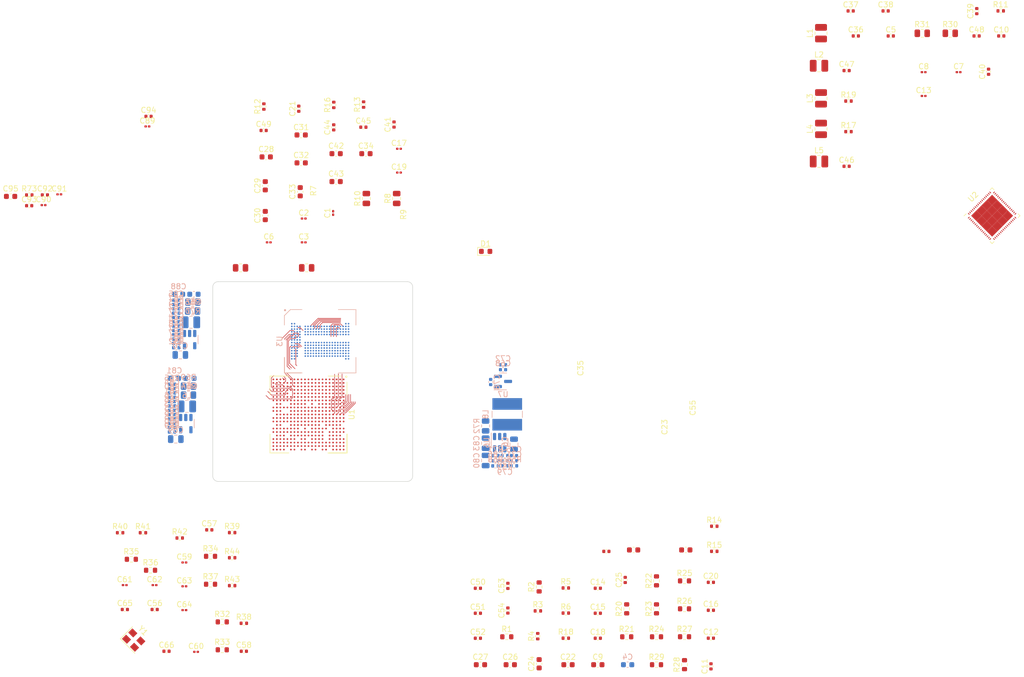
<source format=kicad_pcb>
(kicad_pcb (version 20210228) (generator pcbnew)
  (layers (0 "F.Cu" signal) (1 "In1.Cu" signal) (2 "In2.Cu" signal) (3 "In3.Cu" signal) (4 "In4.Cu" signal) (31 "B.Cu" signal) (34 "B.Paste" user) (35 "F.Paste" user) (36 "B.SilkS" user "B.Silkscreen") (37 "F.SilkS" user "F.Silkscreen") (38 "B.Mask" user) (39 "F.Mask" user) (44 "Edge.Cuts" user))
  (net 0 "")
  (net 1 "GND")
  (net 2 "BC_VDD_VEPU")
  (net 3 "BC_VDD_ARM")
  (net 4 "BC_VDD_LOGIC")
  (net 5 "BC_VDD_NPU")
  (net 6 "Net-(C5-Pad1)")
  (net 7 "BC_VCC5V0_SYS")
  (net 8 "BC_VDD_LOGIC_P")
  (net 9 "BC_VDD_ARM_P")
  (net 10 "BC_VCC_DDR_P")
  (net 11 "BC_VCC3V3_SYS_P")
  (net 12 "Net-(C35-Pad2)")
  (net 13 "Net-(C36-Pad1)")
  (net 14 "BC_VCC_RTC")
  (net 15 "BC_VCC_BUCK5")
  (net 16 "BC_VCC_3V3_SYS")
  (net 17 "BC_VCC_BUCK5_P")
  (net 18 "BC_VCC_0V8_P")
  (net 19 "BC_VCC1V8_PMU_P")
  (net 20 "BC_VCC0V8_PMU_P")
  (net 21 "BC_VCC_1V8_P")
  (net 22 "BC_VCC_DOVDD_P")
  (net 23 "BCVCC_DVDD_P")
  (net 24 "BC_VCC_AVDD_P")
  (net 25 "BC_VCCIO_SD_P")
  (net 26 "BC_VCC3V3_SD_P")
  (net 27 "Net-(C53-Pad1)")
  (net 28 "BC_VCC5V0_HOST_P")
  (net 29 "Net-(C56-Pad2)")
  (net 30 "Net-(C57-Pad1)")
  (net 31 "Net-(C58-Pad1)")
  (net 32 "Net-(C61-Pad1)")
  (net 33 "Net-(C62-Pad1)")
  (net 34 "Net-(C63-Pad1)")
  (net 35 "Net-(C64-Pad1)")
  (net 36 "Net-(C65-Pad1)")
  (net 37 "Net-(C66-Pad2)")
  (net 38 "BC_VCC_SYSIN")
  (net 39 "Net-(C73-Pad1)")
  (net 40 "Net-(C74-Pad1)")
  (net 41 "Net-(C75-Pad2)")
  (net 42 "Net-(C75-Pad1)")
  (net 43 "Net-(C76-Pad2)")
  (net 44 "Net-(C77-Pad2)")
  (net 45 "Net-(C79-Pad2)")
  (net 46 "BC_VCC5V0_SYS_P")
  (net 47 "Net-(D1-Pad2)")
  (net 48 "Net-(L1-Pad1)")
  (net 49 "Net-(L2-Pad1)")
  (net 50 "Net-(L3-Pad1)")
  (net 51 "Net-(L4-Pad1)")
  (net 52 "Net-(L5-Pad1)")
  (net 53 "BC_VDD_NPU_P")
  (net 54 "Net-(L6-Pad1)")
  (net 55 "BC_VDD_VEPU_P")
  (net 56 "Net-(L7-Pad1)")
  (net 57 "BC_VCC_1V8")
  (net 58 "BC_VCC1V8_PMU")
  (net 59 "Net-(R5-Pad2)")
  (net 60 "BC_VCC3V3_SYS")
  (net 61 "BC_VDD_DDR")
  (net 62 "BC_I2C0_SDA_PMIC")
  (net 63 "BC_I2C0_SCL_PMIC")
  (net 64 "Net-(R13-Pad2)")
  (net 65 "BC_CLK_32K_OUT")
  (net 66 "BC_RESET")
  (net 67 "Net-(R16-Pad2)")
  (net 68 "BC_PMIC_INT")
  (net 69 "Net-(R17-Pad2)")
  (net 70 "BC_PMIC_SLEEP")
  (net 71 "BC_VCC12V_DCIN")
  (net 72 "BC_VCC_0V8")
  (net 73 "BC_VCC0V8_PMU")
  (net 74 "BC_VCC_DOVDD")
  (net 75 "BC_VCC_DVDD")
  (net 76 "BC_VCC_AVDD")
  (net 77 "BC_VCCIO_SD")
  (net 78 "BC_VCC3V3_SD")
  (net 79 "BC_VCC_3V3")
  (net 80 "BC_VCC5V0_HOST")
  (net 81 "Net-(R38-Pad1)")
  (net 82 "Net-(R40-Pad1)")
  (net 83 "Net-(R41-Pad1)")
  (net 84 "Net-(R42-Pad1)")
  (net 85 "BC_PMUIO1_VDD")
  (net 86 "Net-(R43-Pad1)")
  (net 87 "BC_NPU_PWM0_M0")
  (net 88 "Net-(R49-Pad2)")
  (net 89 "Net-(R51-Pad2)")
  (net 90 "BC_EXT_EN_H")
  (net 93 "BC_FOCUS_EN")
  (net 94 "BC_WIFI_WAKE_HOST")
  (net 96 "BC_CLK_REF")
  (net 97 "BC_BT_RST")
  (net 98 "Net-(C89-Pad1)")
  (net 99 "Net-(R73-Pad1)")
  (net 101 "BC_VEPU_PWM1_M0")
  (net 102 "BC_MIC_LED_EN")
  (net 103 "BC_HOST_WAKE_WIFI")
  (net 109 "BC_ZOOM_EN")
  (net 110 "BC_SDMMC0_DET")
  (net 112 "/Storage and RAM/VREF")
  (net 115 "/Storage and RAM/MMC_RST")
  (net 119 "/Storage and RAM/MMC_CMD")
  (net 122 "/Storage and RAM/DQ2")
  (net 123 "/Storage and RAM/DQ7")
  (net 124 "/Storage and RAM/DQ20")
  (net 125 "/Storage and RAM/DQ23")
  (net 126 "/Storage and RAM/DQ3")
  (net 127 "/Storage and RAM/DM0")
  (net 128 "/Storage and RAM/DQS2P")
  (net 129 "/Storage and RAM/DQS2N")
  (net 130 "/Storage and RAM/MMC_D7")
  (net 131 "/Storage and RAM/DQ6")
  (net 132 "/Storage and RAM/DM2")
  (net 133 "/Storage and RAM/DQ22")
  (net 134 "/Storage and RAM/MMC_D6")
  (net 135 "/Storage and RAM/DQS0P")
  (net 136 "/Storage and RAM/DQS0N")
  (net 137 "/Storage and RAM/DQ21")
  (net 138 "/Storage and RAM/MMC_D5")
  (net 139 "/Storage and RAM/DQ0")
  (net 140 "/Storage and RAM/DQ5")
  (net 141 "/Storage and RAM/DQ17")
  (net 142 "/Storage and RAM/DQ16")
  (net 143 "/Storage and RAM/MMC_D4")
  (net 144 "/Storage and RAM/DQ1")
  (net 145 "/Storage and RAM/DQ4")
  (net 146 "/Storage and RAM/DQ19")
  (net 147 "/Storage and RAM/DQ18")
  (net 148 "/Storage and RAM/MMC_D3")
  (net 149 "/Storage and RAM/DQ28")
  (net 150 "/Storage and RAM/DQ10")
  (net 151 "/Storage and RAM/DQ11")
  (net 152 "/Storage and RAM/MMC_D2")
  (net 153 "/Storage and RAM/MMC_D1")
  (net 154 "/Storage and RAM/MMC_D0")
  (net 155 "/Storage and RAM/DQ26")
  (net 156 "/Storage and RAM/DQ29")
  (net 157 "/Storage and RAM/DQ12")
  (net 158 "Net-(U3-PadB12)")
  (net 159 "/Storage and RAM/DQ27")
  (net 160 "/Storage and RAM/DQS1P")
  (net 161 "/Storage and RAM/DQS1N")
  (net 164 "Net-(U3-PadA4)")
  (net 165 "/Storage and RAM/ZQ")
  (net 166 "/Storage and RAM/DQS3N")
  (net 167 "/Storage and RAM/DM1")
  (net 168 "/Storage and RAM/DQ13")
  (net 173 "Net-(U3-PadAA9)")
  (net 174 "Net-(U3-PadR5)")
  (net 178 "/Storage and RAM/CLKN")
  (net 179 "/Storage and RAM/CLKP")
  (net 180 "/Storage and RAM/DQS3P")
  (net 181 "/Storage and RAM/DQ8")
  (net 182 "/Storage and RAM/DQ9")
  (net 187 "Net-(U3-PadAA3)")
  (net 188 "/Storage and RAM/A0")
  (net 189 "/Storage and RAM/A6")
  (net 190 "/Storage and RAM/CKE")
  (net 192 "/Storage and RAM/DQ15")
  (net 193 "/Storage and RAM/DQ14")
  (net 198 "/Storage and RAM/A2")
  (net 200 "/Storage and RAM/A9")
  (net 201 "/Storage and RAM/A7")
  (net 202 "/Storage and RAM/A1")
  (net 203 "/Storage and RAM/A3")
  (net 205 "/Storage and RAM/CS0")
  (net 206 "/Storage and RAM/DM3")
  (net 207 "/Storage and RAM/DQ31")
  (net 208 "/Storage and RAM/DQ30")
  (net 210 "BC_P_IRIS_EN")
  (net 211 "BC_LCD_BL_PWM3_M0")
  (net 212 "BC_BT_WAKE_HOST")
  (net 218 "/Storage and RAM/A4")
  (net 219 "/Storage and RAM/A8")
  (net 220 "/Storage and RAM/A5")
  (net 222 "/Storage and RAM/ODT")
  (net 223 "/Storage and RAM/DQ25")
  (net 224 "/Storage and RAM/DQ24")
  (net 230 "/Storage and RAM/CS1")
  (net 238 "/Storage and RAM/MMC_CLK")
  (footprint "Capacitor_SMD:C_0603_1608Metric" (layer "F.Cu") (at 103.913237 64.29219)
    (fp_text reference "C28")
    (fp_text value "C22uF")
  )
  (footprint "Capacitor_SMD:C_0201_0603Metric" (layer "F.Cu") (at 88.763603 148.223318)
    (fp_text reference "C64")
    (fp_text value "100nF")
  )
  (footprint "Capacitor_SMD:C_0402_1005Metric" (layer "F.Cu") (at 213.030956 41.888285)
    (fp_text reference "C36")
    (fp_text value "C100nF")
  )
  (footprint "Capacitor_SMD:C_0201_0603Metric" (layer "F.Cu") (at 88.763603 143.813318)
    (fp_text reference "C63")
    (fp_text value "100nF")
  )
  (footprint "Capacitor_SMD:C_0603_1608Metric" (layer "F.Cu") (at 110.208952 70.742191 90)
    (fp_text reference "C33")
    (fp_text value "C22uF")
  )
  (footprint "Resistor_SMD:R_0402_1005Metric" (layer "F.Cu") (at 159.361238 153.426)
    (fp_text reference "R18")
    (fp_text value "100K")
  )
  (footprint "Resistor_SMD:R_0402_1005Metric" (layer "F.Cu") (at 159.361238 144.126)
    (fp_text reference "R5")
    (fp_text value "120K")
  )
  (footprint "Capacitor_SMD:C_0402_1005Metric" (layer "F.Cu") (at 99.774857 155.846)
    (fp_text reference "C58")
    (fp_text value "1uF")
  )
  (footprint "Capacitor_SMD:C_0402_1005Metric" (layer "F.Cu") (at 116.408 58.819333 90)
    (fp_text reference "C44")
    (fp_text value "C1uF")
  )
  (footprint "Resistor_SMD:R_0402_1005Metric" (layer "F.Cu") (at 239.84667 37.248285)
    (fp_text reference "R11")
    (fp_text value "2.2K")
  )
  (footprint "Capacitor_SMD:C_0201_0603Metric" (layer "F.Cu") (at 232.050476 48.591143)
    (fp_text reference "C7")
    (fp_text value "C100nF")
  )
  (footprint "Resistor_SMD:R_0402_1005Metric" (layer "F.Cu") (at 186.836759 132.689904)
    (fp_text reference "R14")
    (fp_text value "10K")
  )
  (footprint "Capacitor_SMD:C_0201_0603Metric" (layer "F.Cu") (at 110.858476 80.115524)
    (fp_text reference "C3")
    (fp_text value "C100nF")
  )
  (footprint "Resistor_SMD:R_0805_2012Metric" (layer "F.Cu") (at 128.05807 71.988022 90)
    (fp_text reference "R8")
    (fp_text value "0.02R")
  )
  (footprint "Resistor_SMD:R_0603_1608Metric" (layer "F.Cu") (at 176.149334 153.166)
    (fp_text reference "R24")
    (fp_text value "0.05R")
  )
  (footprint "Resistor_SMD:R_0603_1608Metric" (layer "F.Cu") (at 170.626001 147.989334 90)
    (fp_text reference "R20")
    (fp_text value "0.05R")
  )
  (footprint "Capacitor_SMD:C_0201_0603Metric" (layer "F.Cu") (at 104.389428 80.115524)
    (fp_text reference "C6")
    (fp_text value "C100nF")
  )
  (footprint "Resistor_SMD:R_0402_1005Metric" (layer "F.Cu") (at 121.934667 54.594095 90)
    (fp_text reference "R13")
    (fp_text value "0R")
  )
  (footprint "Resistor_SMD:R_0402_1005Metric" (layer "F.Cu") (at 60.065 71.345)
    (fp_text reference "R73")
    (fp_text value "240R")
  )
  (footprint "Resistor_SMD:R_0603_1608Metric" (layer "F.Cu") (at 95.782 155.576)
    (fp_text reference "R33")
    (fp_text value "0,1R")
  )
  (footprint "Capacitor_SMD:C_0402_1005Metric" (layer "F.Cu") (at 143.086476 144.176)
    (fp_text reference "C50")
    (fp_text value "C1uF")
  )
  (footprint "Capacitor_SMD:C_0402_1005Metric" (layer "F.Cu") (at 85.462952 155.846)
    (fp_text reference "C66")
    (fp_text value "100nF")
  )
  (footprint "Capacitor_SMD:C_0201_0603Metric" (layer "F.Cu") (at 81.925 58.645)
    (fp_text reference "C89")
    (fp_text value "100nF")
  )
  (footprint "Capacitor_SMD:C_0201_0603Metric" (layer "F.Cu") (at 116.298 74.676 90)
    (fp_text reference "C1")
    (fp_text value "C100nF")
  )
  (footprint "Resistor_SMD:R_0402_1005Metric" (layer "F.Cu") (at 154.191238 148.37219)
    (fp_text reference "R3")
    (fp_text value "100R")
  )
  (footprint "Inductor_SMD:L_1008_2520Metric" (layer "F.Cu") (at 206.591432 53.443047 90)
    (fp_text reference "L3")
    (fp_text value "470nH")
  )
  (footprint "Capacitor_SMD:C_0402_1005Metric" (layer "F.Cu") (at 170.356001 142.639334 90)
    (fp_text reference "C25")
    (fp_text value "C10uF")
  )
  (footprint "Capacitor_SMD:C_0402_1005Metric" (layer "F.Cu") (at 82.135 56.785)
    (fp_text reference "C94")
    (fp_text value "1uF")
  )
  (footprint "Capacitor_SMD:C_0603_1608Metric" (layer "F.Cu") (at 56.605 71.605)
    (fp_text reference "C95")
    (fp_text value "10uF")
  )
  (footprint "Capacitor_SMD:C_0402_1005Metric" (layer "F.Cu") (at 165.282667 144.176)
    (fp_text reference "C14")
    (fp_text value "C10uF")
  )
  (footprint "Resistor_SMD:R_0603_1608Metric" (layer "F.Cu") (at 181.332667 153.152667)
    (fp_text reference "R27")
    (fp_text value "0.05R")
  )
  (footprint "Capacitor_SMD:C_0201_0603Metric" (layer "F.Cu") (at 77.730269 143.593318)
    (fp_text reference "C61")
    (fp_text value "100nF")
  )
  (footprint "Resistor_SMD:R_0402_1005Metric" (layer "F.Cu") (at 211.673813 53.947809)
    (fp_text reference "R19")
    (fp_text value "27K")
  )
  (footprint "Capacitor_SMD:C_0402_1005Metric" (layer "F.Cu") (at 211.328099 48.298285)
    (fp_text reference "C47")
    (fp_text value "C1uF")
  )
  (footprint "Capacitor_SMD:C_0402_1005Metric" (layer "F.Cu") (at 165.282667 153.436)
    (fp_text reference "C18")
    (fp_text value "C10uF")
  )
  (footprint "Resistor_SMD:R_0603_1608Metric" (layer "F.Cu") (at 176.149334 158.336)
    (fp_text reference "R29")
    (fp_text value "0.05R")
  )
  (footprint "Capacitor_SMD:C_0402_1005Metric" (layer "F.Cu") (at 109.938952 55.361714 90)
    (fp_text reference "C21")
    (fp_text value "C1uF")
  )
  (footprint "Resistor_SMD:R_0402_1005Metric" (layer "F.Cu") (at 99.774857 150.666)
    (fp_text reference "R38")
    (fp_text value "22R")
  )
  (footprint "Capacitor_SMD:C_0201_0603Metric" (layer "F.Cu") (at 225.581428 48.591143)
    (fp_text reference "C8")
    (fp_text value "C100nF")
  )
  (footprint "Capacitor_SMD:C_0402_1005Metric" (layer "F.Cu") (at 143.086476 153.436)
    (fp_text reference "C52")
    (fp_text value "C1uF")
  )
  (footprint "Capacitor_SMD:C_0402_1005Metric" (layer "F.Cu") (at 148.636 143.734571 90)
    (fp_text reference "C53")
    (fp_text value "C1uF")
  )
  (footprint "Capacitor_SMD:C_0201_0603Metric" (layer "F.Cu") (at 65.615 71.225)
    (fp_text reference "C91")
    (fp_text value "100nF")
  )
  (footprint "Capacitor_SMD:C_0402_1005Metric" (layer "F.Cu") (at 186.206477 143.082667)
    (fp_text reference "C20")
    (fp_text value "C1uF")
  )
  (footprint "Capacitor_SMD:C_0201_0603Metric" (layer "F.Cu") (at 128.487594 67.191355)
    (fp_text reference "C19")
    (fp_text value "C100nF")
  )
  (footprint "Capacitor_SMD:C_0603_1608Metric" (layer "F.Cu") (at 159.766 158.336)
    (fp_text reference "C22")
    (fp_text value "C10uF")
  )
  (footprint "Capacitor_SMD:C_0402_1005Metric" (layer "F.Cu") (at 83.270745 148.113318)
    (fp_text reference "C56")
    (fp_text value "C15pF")
  )
  (footprint "Oscillator:Oscillator_SMD_Abracon_ASE-4Pin_3.2x2.5mm" (layer "F.Cu") (at 79.383999 153.772747 -45)
    (fp_text reference "Y1")
    (fp_text value "24Mhz")
  )
  (footprint "Resistor_SMD:R_0603_1608Metric" (layer "F.Cu") (at 93.613603 143.433318)
    (fp_text reference "R37")
    (fp_text value "0,1R")
  )
  (footprint "Inductor_SMD:L_1008_2520Metric" (layer "F.Cu") (at 206.591432 59.102571 90)
    (fp_text reference "L4")
    (fp_text value "470nH")
  )
  (footprint "Capacitor_SMD:C_0402_1005Metric" (layer "F.Cu") (at 235.383337 41.888285)
    (fp_text reference "C48")
    (fp_text value "C1uF")
  )
  (footprint "Capacitor_SMD:C_0402_1005Metric" (layer "F.Cu") (at 165.282667 148.806)
    (fp_text reference "C15")
    (fp_text value "C10uF")
  )
  (footprint "Resistor_SMD:R_0603_1608Metric" (layer "F.Cu") (at 181.326001 158.329334 90)
    (fp_text reference "R28")
    (fp_text value "0.05R")
  )
  (footprint "Resistor_SMD:R_0402_1005Metric" (layer "F.Cu") (at 116.418 54.659809 90)
    (fp_text reference "R16")
    (fp_text value "0R")
  )
  (footprint "Capacitor_SMD:C_0402_1005Metric" (layer "F.Cu") (at 127.56807 58.294212 90)
    (fp_text reference "C41")
    (fp_text value "C1uF")
  )
  (footprint "Inductor_SMD:L_1008_2520Metric" (layer "F.Cu") (at 206.216194 47.408285)
    (fp_text reference "L2")
    (fp_text value "470nH")
  )
  (footprint "Capacitor_SMD:C_0402_1005Metric" (layer "F.Cu") (at 93.375508 133.363318)
    (fp_text reference "C57")
    (fp_text value "1uF")
  )
  (footprint "Capacitor_SMD:C_0603_1608Metric" (layer "F.Cu") (at 116.851333 63.686476)
    (fp_text reference "C42")
    (fp_text value "C10uF")
  )
  (footprint "Capacitor_SMD:C_0603_1608Metric" (layer "F.Cu") (at 116.851333 68.856476)
    (fp_text reference "C43")
    (fp_text value "C22uF")
  )
  (footprint "Resistor_SMD:R_0603_1608Metric" (layer "F.Cu") (at 82.511 140.844)
    (fp_text reference "R36")
    (fp_text value "0,1R")
  )
  (footprint "Capacitor_SMD:C_0402_1005Metric" (layer "F.Cu") (at 186.226001 158.638857 90)
    (fp_text reference "C11")
    (fp_text value "C1uF")
  )
  (footprint "Inductor_SMD:L_1008_2520Metric" (layer "F.Cu") (at 206.591432 41.373523 90)
    (fp_text reference "L1")
    (fp_text value "470nH")
  )
  (footprint "Capacitor_SMD:C_0201_0603Metric" (layer "F.Cu") (at 88.763603 139.403318)
    (fp_text reference "C59")
    (fp_text value "100nF")
  )
  (footprint "Capacitor_SMD:C_0402_1005Metric" (layer "F.Cu") (at 103.437047 59.39219)
    (fp_text reference "C49")
    (fp_text value "C1uF")
  )
  (footprint "Capacitor_SMD:C_0603_1608Metric" (layer "F.Cu") (at 171.906045 137.079904)
    (fp_text reference "C23")
    (fp_text value "C10uF")
  )
  (footprint "Capacitor_SMD:C_0402_1005Metric" (layer "F.Cu") (at 77.754078 148.113318)
    (fp_text reference "C65")
    (fp_text value "C15pF")
  )
  (footprint "Capacitor_SMD:C_0603_1608Metric" (layer "F.Cu") (at 103.739904 69.635524 90)
    (fp_text reference "C29")
    (fp_text value "C22uF")
  )
  (footprint "Capacitor_SMD:C_0402_1005Metric" (layer "F.Cu") (at 239.947623 41.888285)
    (fp_text reference "C10")
    (fp_text value "C1uF")
  )
  (footprint "Capacitor_SMD:C_0402_1005Metric" (layer "F.Cu") (at 121.89181 58.786476)
    (fp_text reference "C45")
    (fp_text value "C1uF")
  )
  (footprint "Capacitor_SMD:C_0201_0603Metric" (layer "F.Cu") (at 90.932 155.956)
    (fp_text reference "C60")
    (fp_text value "100nF")
  )
  (footprint "Capacitor_SMD:C_0603_1608Metric" (layer "F.Cu") (at 122.368 63.686476)
    (fp_text reference "C34")
    (fp_text value "C22uF")
  )
  (footprint "Resistor_SMD:R_0805_2012Metric" (layer "F.Cu") (at 111.4025 84.836)
    (fp_text reference "R9")
    (fp_text value "0.02R")
  )
  (footprint "Resistor_SMD:R_0402_1005Metric" (layer "F.Cu") (at 103.479904 54.961714 90)
    (fp_text reference "R12")
    (fp_text value "2.2K")
  )
  (footprint "Capacitor_SMD:C_0603_1608Metric" (layer "F.Cu") (at 154.422667 158.162667 90)
    (fp_text reference "C24")
    (fp_text value "C10uF")
  )
  (footprint "Capacitor_SMD:C_0603_1608Metric" (layer "F.Cu") (at 110.382285 65.398857)
    (fp_text reference "C32")
    (fp_text value "C10uF")
  )
  (footprint "Capacitor_SMD:C_0402_1005Metric" (layer "F.Cu") (at 186.206477 148.252667)
    (fp_text reference "C16")
    (fp_text value "C1uF")
  )
  (footprint "Capacitor_SMD:C_0402_1005Metric" (layer "F.Cu") (at 211.328099 66.027333)
    (fp_text reference "C46")
    (fp_text value "C1uF")
  )
  (footprint "berryflight:QFN-68_EP_7x7_Pitch0.35mm" (layer "F.Cu") (at 238.252 75.184 45)
    (fp_text reference "U2")
    (fp_text value "RK809")
  )
  (footprint "Resistor_SMD:R_0805_2012Metric" (layer "F.Cu") (at 225.326194 41.398285)
    (fp_text reference "R31")
    (fp_text value "0.02R")
  )
  (footprint "Capacitor_SMD:C_0603_1608Metric" (layer "F.Cu") (at 165.282667 158.336)
    (fp_text reference "C9")
    (fp_text value "C10uF")
  )
  (footprint "Capacitor_SMD:C_0603_1608Metric" (layer "F.Cu") (at 181.563378 137.079904)
    (fp_text reference "C55")
    (fp_text value "C22uF")
  )
  (footprint "Capacitor_SMD:C_0402_1005Metric" (layer "F.Cu") (at 235.416194 37.291142 90)
    (fp_text reference "C39")
    (fp_text value "C1uF")
  )
  (footprint "Capacitor_SMD:C_0402_1005Metric" (layer "F.Cu") (at 143.086476 148.806)
    (fp_text reference "C51")
    (fp_text value "C1uF")
  )
  (footprint "Capacitor_SMD:C_0402_1005Metric" (layer "F.Cu") (at 219.500004 41.888285)
    (fp_text reference "C5")
    (fp_text value "C100nF")
  )
  (footprint "Capacitor_SMD:C_0402_1005Metric" (layer "F.Cu") (at 60.045 73.325)
    (fp_text reference "C93")
    (fp_text value "1uF")
  )
  (footprint "Capacitor_SMD:C_0402_1005Metric" (layer "F.Cu") (at 62.955 71.335)
    (fp_text reference "C92")
    (fp_text value "1uF")
  )
  (footprint "Capacitor_SMD:C_0201_0603Metric" (layer "F.Cu") (at 83.246936 143.593318)
    (fp_text reference "C62")
    (fp_text value "100nF")
  )
  (footprint "Resistor_SMD:R_0402_1005Metric" (layer "F.Cu") (at 159.361238 148.776)
    (fp_text reference "R6")
    (fp_text value "110K")
  )
  (footprint "Capacitor_SMD:C_0603_1608Metric" (layer "F.Cu") (at 103.739904 75.152191 90)
    (fp_text reference "C30")
    (fp_text value "C22uF")
  )
  (footprint "Resistor_SMD:R_0402_1005Metric" (layer "F.Cu") (at 76.873126 133.893318)
    (fp_text reference "R40")
    (fp_text value "0R")
  )
  (footprint "Resistor_SMD:R_0402_1005Metric" (layer "F.Cu") (at 211.673813 59.607333)
    (fp_text reference "R17")
    (fp_text value "0R")
  )
  (footprint "Capacitor_SMD:C_0201_0603Metric" (layer "F.Cu") (at 62.705 73.215)
    (fp_text reference "C90")
    (fp_text value "100nF")
  )
  (footprint "Resistor_SMD:R_0603_1608Metric" (layer "F.Cu") (at 78.955 138.812)
    (fp_text reference "R35")
    (fp_text value "0,1R")
  )
  (footprint "Resistor_SMD:R_0805_2012Metric" (layer "F.Cu") (at 230.509527 41.398285)
    (fp_text reference "R30")
    (fp_text value "0.02R")
  )
  (footprint "Resistor_SMD:R_0402_1005Metric" (layer "F.Cu") (at 97.60646 133.873318)
    (fp_text reference "R39")
    (fp_text value "1M")
  )
  (footprint "berryflight:RV1126" (layer "F.Cu") (at 111.738 111.996 -90)
    (fp_text reference "U1")
    (fp_text value "RV1126")
  )
  (footprint "Capacitor_SMD:C_0201_0603Metric" (layer "F.Cu") (at 110.858476 75.705524)
    (fp_text reference "C2")
    (fp_text value "C100nF")
  )
  (footprint "Resistor_SMD:R_0402_1005Metric" (layer "F.Cu") (at 154.162667 153.050762 90)
    (fp_text reference "R4")
    (fp_text value "100R")
  )
  (footprint "Capacitor_SMD:C_0402_1005Metric" (layer "F.Cu") (at 218.547623 37.258285)
    (fp_text reference "C38")
    (fp_text value "C1uF")
  )
  (footprint "Capacitor_SMD:C_0402_1005Metric" (layer "F.Cu") (at 166.865569 137.349904)
    (fp_text reference "C35")
    (fp_text value "C1uF")
  )
  (footprint "Capacitor_SMD:C_0402_1005Metric" (layer "F.Cu") (at 148.636 148.298857 90)
    (fp_text reference "C54")
    (fp_text value "C1uF")
  )
  (footprint "Capacitor_SMD:C_0402_1005Metric" (layer "F.Cu") (at 212.078575 37.258285)
    (fp_text reference "C37")
    (fp_text value "C1uF")
  )
  (footprint "Resistor_SMD:R_0603_1608Metric" (layer "F.Cu") (at 95.782 150.406)
    (fp_text reference "R32")
    (fp_text value "0,1R")
  )
  (footprint "Resistor_SMD:R_0603_1608Metric" (layer "F.Cu") (at 93.613603 138.263318)
    (fp_text reference "R34")
    (fp_text value "0,1R")
  )
  (footprint "Inductor_SMD:L_1008_2520Metric" (layer "F.Cu") (at 206.216194 65.137333)
    (fp_text reference "L5")
    (fp_text value "470nH")
  )
  (footprint "Resistor_SMD:R_0402_1005Metric" (layer "F.Cu") (at 81.104078 133.893318)
    (fp_text reference "R41")
    (fp_text value "0R")
  )
  (footprint "Resistor_SMD:R_0603_1608Metric" (layer "F.Cu") (at 176.142668 142.806001 90)
    (fp_text reference "R22")
    (fp_text value "0.05R")
  )
  (footprint "Resistor_SMD:R_0402_1005Metric" (layer "F.Cu") (at 186.836759 137.339904)
    (fp_text reference "R15")
    (fp_text value "10K")
  )
  (footprint "Capacitor_SMD:C_0603_1608Metric" (layer "F.Cu") (at 149.079333 158.336)
    (fp_text reference "C26")
    (fp_text value "C10uF")
  )
  (footprint "Capacitor_SMD:C_0201_0603Metric" (layer "F.Cu") (at 128.487594 62.781355)
    (fp_text reference "C17")
    (fp_text value "C100nF")
  )
  (footprint "Resistor_SMD:R_0805_2012Metric" (layer "F.Cu") (at 122.44807 71.988022 90)
    (fp_text reference "R10")
    (fp_text value "0.02R")
  )
  (footprint "Resistor_SMD:R_0402_1005Metric" (layer "F.Cu") (at 87.90646 134.873318)
    (fp_text reference "R42")
    (fp_text value "0R")
  )
  (footprint "Resistor_SMD:R_0603_1608Metric" (layer "F.Cu") (at 181.332667 142.812667)
    (fp_text reference "R25")
    (fp_text value "0.05R")
  )
  (footprint "Resistor_SMD:R_0603_1608Metric" (layer "F.Cu") (at 170.632667 153.166)
    (fp_text reference "R21")
    (fp_text value "0.05R")
  )
  (footprint "LED_SMD:LED_0603_1608Metric" (layer "F.Cu") (at 144.526 81.788)
    (fp_text reference "D1")
    (fp_text value "LED")
  )
  (footprint "Capacitor_SMD:C_0402_1005Metric" (layer "F.Cu") (at 186.206477 153.422667)
    (fp_text reference "C12")
    (fp_text value "C1uF")
  )
  (footprint "Capacitor_SMD:C_0603_1608Metric" (layer "F.Cu") (at 110.382285 60.228857)
    (fp_text reference "C31")
    (fp_text value "C22uF")
  )
  (footprint "Resistor_SMD:R_0402_1005Metric" (layer "F.Cu") (at 97.60646 143.693318)
    (fp_text reference "R43")
    (fp_text value "10K")
  )
  (footprint "Resistor_SMD:R_0603_1608Metric" (layer "F.Cu") (at 181.332667 147.982667)
    (fp_text reference "R26")
    (fp_text value "0.05R")
  )
  (footprint "Resistor_SMD:R_0805_2012Metric" (layer "F.Cu") (at 99.1635 84.836)
    (fp_text reference "R7")
    (fp_text value "0.02R")
  )
  (footprint "Capacitor_SMD:C_0402_1005Metric" (layer "F.Cu") (at 237.6 48.514 90)
    (fp_text reference "C40")
    (fp_text value "C1uF")
  )
  (footprint "Resistor_SMD:R_0603_1608Metric" (layer "F.Cu") (at 176.142668 147.989334 90)
    (fp_text reference "R23")
    (fp_text value "0.05R")
  )
  (footprint "Resistor_SMD:R_0603_1608Metric" (layer "F.Cu") (at 148.436476 153.166)
    (fp_text reference "R1")
    (fp_text value "0.1R")
  )
  (footprint "Resistor_SMD:R_0603_1608Metric" (layer "F.Cu") (at 154.422667 143.931714 90)
    (fp_text reference "R2")
    (fp_text value "0.1R")
  )
  (footprint "Resistor_SMD:R_0402_1005Metric" (layer "F.Cu") (at 97.60646 138.523318)
    (fp_text reference "R44")
    (fp_text value "0R")
  )
  (footprint "Capacitor_SMD:C_0201_0603Metric" (layer "F.Cu") (at 225.581428 53.001143)
    (fp_text reference "C13")
    (fp_text value "C100nF")
  )
  (footprint "Capacitor_SMD:C_0603_1608Metric" (layer "F.Cu") (at 143.562666 158.336)
    (fp_text reference "C27")
    (fp_text value "C10uF")
  )
  (footprint "Inductor_SMD:L_TracoPower_TCK-047_5.2x5.8mm" (layer "B.Cu") (at 148.52 111.965 -90)
    (fp_text reference "L8")
    (fp_text value "4.7uH")
  )
  (footprint "Resistor_SMD:R_0402_1005Metric" (layer "B.Cu") (at 86.48 112.821816 180)
    (fp_text reference "R46")
    (fp_text value "18K")
  )
  (footprint "Resistor_SMD:R_0402_1005Metric" (layer "B.Cu") (at 87.262 92.424 180)
    (fp_text reference "R63")
    (fp_text value "33K")
  )
  (footprint "Capacitor_SMD:C_0603_1608Metric" (layer "B.Cu") (at 170.799334 158.336 180)
    (fp_text reference "C4")
    (fp_text value "C10uF")
  )
  (footprint "Capacitor_SMD:C_0402_1005Metric" (layer "B.Cu") (at 149.77 120.565 180)
    (fp_text reference "C71")
    (fp_text value "100nF")
  )
  (footprint "Capacitor_SMD:C_0603_1608Metric" (layer "B.Cu") (at 90.536 89.724)
    (fp_text reference "C82")
    (fp_text value "22uF")
  )
  (footprint "Resistor_SMD:R_0402_1005Metric" (layer "B.Cu") (at 146.34 121.515 180)
    (fp_text reference "R68")
    (fp_text value "2K")
  )
  (footprint "Capacitor_SMD:C_0402_1005Metric" (layer "B.Cu") (at 149.77 119.615 180)
    (fp_text reference "C75")
    (fp_text value "100nF")
  )
  (footprint "Resistor_SMD:R_0402_1005Metric" (layer "B.Cu") (at 87.262 97.224 180)
    (fp_text reference "R57")
    (fp_text value "249K")
  )
  (footprint "Resistor_SMD:R_0805_2012Metric" (layer "B.Cu") (at 90.286 92.824 180)
    (fp_text reference "R66")
    (fp_text value "0.02R")
  )
  (footprint "Resistor_SMD:R_0402_1005Metric" (layer "B.Cu") (at 86.48 112.019089 180)
    (fp_text reference "R53")
    (fp_text value "15K")
  )
  (footprint "Resistor_SMD:R_0402_1005Metric" (layer "B.Cu") (at 86.48 113.624543 180)
    (fp_text reference "R45")
    (fp_text value "47K")
  )
  (footprint "Resistor_SMD:R_0805_2012Metric" (layer "B.Cu") (at 89.53 106.75 180)
    (fp_text reference "R69")
    (fp_text value "0.02R")
  )
  (footprint "Resistor_SMD:R_0402_1005Metric" (layer "B.Cu") (at 86.48 115.229997 180)
    (fp_text reference "R49")
    (fp_text value "20K")
  )
  (footprint "Resistor_SMD:R_0402_1005Metric" (layer "B.Cu") (at 86.48 106.4 180)
    (fp_text reference "R65")
    (fp_text value "100K")
  )
  (footprint "Capacitor_SMD:C_0402_1005Metric" (layer "B.Cu") (at 146.36 120.565 180)
    (fp_text reference "C86")
    (fp_text value "100nF")
  )
  (footprint "Capacitor_SMD:C_0402_1005Metric" (layer "B.Cu") (at 147.74 103.696 180)
    (fp_text reference "C68")
    (fp_text value "1uF")
  )
  (footprint "Resistor_SMD:R_0402_1005Metric" (layer "B.Cu") (at 86.48 108.005454 180)
    (fp_text reference "R60")
    (fp_text value "100R")
  )
  (footprint "Resistor_SMD:R_0805_2012Metric" (layer "B.Cu") (at 90.336 91.174)
    (fp_text reference "R70")
    (fp_text value "0.02R")
  )
  (footprint "Resistor_SMD:R_0402_1005Metric" (layer "B.Cu") (at 146.34 119.615 180)
    (fp_text reference "R71")
    (fp_text value "DNP")
  )
  (footprint "Capacitor_SMD:C_0603_1608Metric" (layer "B.Cu") (at 86.905 105.3 180)
    (fp_text reference "C81")
    (fp_text value "22uF")
  )
  (footprint "Capacitor_SMD:C_0402_1005Metric" (layer "B.Cu") (at 86.46 107.202727 180)
    (fp_text reference "C84")
    (fp_text value "100nF")
  )
  (footprint "Package_TO_SOT_SMD:SOT-23" (layer "B.Cu") (at 147.74 105.872)
    (fp_text reference "U7")
    (fp_text value "SGM2203-5.0")
  )
  (footprint "Package_TO_SOT_SMD:SOT-23-5" (layer "B.Cu") (at 89.736 98.124 -90)
    (fp_text reference "U5")
    (fp_text value "SY8089AAAC")
  )
  (footprint "Capacitor_SMD:C_0603_1608Metric" (layer "B.Cu") (at 89.78 105.3)
    (fp_text reference "C87")
    (fp_text value "22uF")
  )
  (footprint "Resistor_SMD:R_0402_1005Metric" (layer "B.Cu") (at 87.262 95.624 180)
    (fp_text reference "R54")
    (fp_text value "15K")
  )
  (footprint "Resistor_SMD:R_0402_1005Metric" (layer "B.Cu") (at 87.262 99.624 180)
    (fp_text reference "R52")
    (fp_text value "10K")
  )
  (footprint "Resistor_SMD:R_0402_1005Metric" (layer "B.Cu") (at 86.48 108.808181 180)
    (fp_text reference "R61")
    (fp_text value "33K")
  )
  (footprint "Resistor_SMD:R_0402_1005Metric" (layer "B.Cu") (at 86.48 114.42727 180)
    (fp_text reference "R50")
    (fp_text value "10K")
  )
  (footprint "Capacitor_SMD:C_0402_1005Metric" (layer "B.Cu") (at 148.078 121.497)
    (fp_text reference "C79")
    (fp_text value "22pF")
  )
  (footprint "Capacitor_SMD:C_0402_1005Metric" (layer "B.Cu") (at 87.242 94.024 180)
    (fp_text reference "C77")
    (fp_text value "100pF")
  )
  (footprint "Capacitor_SMD:C_0805_2012Metric" (layer "B.Cu") (at 87.18 116.55 180)
    (fp_text reference "C69")
    (fp_text value "10uF")
  )
  (footprint "Capacitor_SMD:C_0402_1005Metric" (layer "B.Cu") (at 86.46 111.216362 180)
    (fp_text reference "C73")
    (fp_text value "10nF")
  )
  (footprint "Capacitor_SMD:C_0402_1005Metric" (layer "B.Cu") (at 147.74 102.79 180)
    (fp_text reference "C72")
    (fp_text value "100nF")
  )
  (footprint "Resistor_SMD:R_0402_1005Metric" (layer "B.Cu") (at 87.262 98.824 180)
    (fp_text reference "R51")
    (fp_text value "20K")
  )
  (footprint "Resistor_SMD:R_0402_1005Metric" (layer "B.Cu") (at 87.262 98.024 180)
    (fp_text reference "R47")
    (fp_text value "47K")
  )
  (footprint "Resistor_SMD:R_0402_1005Metric" (layer "B.Cu") (at 148.078 120.565)
    (fp_text reference "R59")
    (fp_text value "10K")
  )
  (footprint "Capacitor_SMD:C_0402_1005Metric" (layer "B.Cu") (at 87.242 90.824 180)
    (fp_text reference "C85")
    (fp_text value "100nF")
  )
  (footprint "Capacitor_SMD:C_0402_1005Metric" (layer "B.Cu") (at 145.454 105.982 90)
    (fp_text reference "C78")
    (fp_text value "1uF")
  )
  (footprint "Inductor_SMD:L_1008_2520Metric" (layer "B.Cu") (at 89.23 110.5 180)
    (fp_text reference "L6")
    (fp_text value "2.2uH")
  )
  (footprint "Package_TO_SOT_SMD:TSOT-23-6" (layer "B.Cu") (at 147.12 117.215 -90)
    (fp_text reference "U6")
    (fp_text value "SY8113B")
  )
  (footprint "Capacitor_SMD:C_0805_2012Metric" (layer "B.Cu") (at 144.52 117.315 -90)
    (fp_text reference "C83")
    (fp_text value "10uF")
  )
  (footprint "Capacitor_SMD:C_0402_1005Metric" (layer "B.Cu") (at 87.242 94.824 180)
    (fp_text reference "C74")
    (fp_text value "10nF")
  )
  (footprint "Capacitor_SMD:C_0402_1005Metric" (layer "B.Cu") (at 86.46 109.610908 180)
    (fp_text reference "C76")
    (fp_text value "100pF")
  )
  (footprint "Resistor_SMD:R_0402_1005Metric" (layer "B.Cu") (at 149.768 121.497 180)
    (fp_text reference "R55")
    (fp_text value "100K")
  )
  (footprint "Resistor_SMD:R_0402_1005Metric" (layer "B.Cu") (at 148.078 119.615)
    (fp_text reference "R58")
    (fp_text value "76.8K")
  )
  (footprint "Capacitor_SMD:C_0805_2012Metric" (layer "B.Cu") (at 144.52 120.515 -90)
    (fp_text reference "C80")
    (fp_text value "22pF")
  )
  (footprint "Resistor_SMD:R_0402_1005Metric" (layer "B.Cu") (at 87.262 96.424 180)
    (fp_text reference "R48")
    (fp_text value "18K")
  )
  (footprint "Package_TO_SOT_SMD:SOT-23-5" (layer "B.Cu") (at 89.03 113.6875 -90)
    (fp_text reference "U4")
    (fp_text value "SY8089AAAC")
  )
  (footprint "Capacitor_SMD:C_0805_2012Metric" (layer "B.Cu") (at 149.77 117.515 -90)
    (fp_text reference "C67")
    (fp_text value "10uF")
  )
  (footprint "berryflight:BGA-221" (layer "B.Cu") (at 113.898 98.431 -90)
    (fp_text reference "U3")
    (fp_text value "NCEPNA6M4-0808")
  )
  (footprint "Capacitor_SMD:C_0603_1608Metric" (layer "B.Cu") (at 87.686 89.724 180)
    (fp_text reference "C88")
    (fp_text value "22uF")
  )
  (footprint "Resistor_SMD:R_0805_2012Metric" (layer "B.Cu") (at 89.53 108.4 180)
    (fp_text reference "R64")
    (fp_text value "0.02R")
  )
  (footprint "Inductor_SMD:L_1008_2520Metric" (layer "B.Cu") (at 89.986 94.924 180)
    (fp_text reference "L7")
    (fp_text value "2.2uH")
  )
  (footprint "Resistor_SMD:R_0402_1005Metric" (layer "B.Cu") (at 87.262 93.224 180)
    (fp_text reference "R62")
    (fp_text value "100R")
  )
  (footprint "Resistor_SMD:R_0402_1005Metric" (layer "B.Cu") (at 87.262 91.624 180)
    (fp_text reference "R67")
    (fp_text value "100K")
  )
  (footprint "Resistor_SMD:R_0805_2012Metric" (layer "B.Cu") (at 144.52 114.115 -90)
    (fp_text reference "R72")
    (fp_text value "0.02R")
  )
  (footprint "Capacitor_SMD:C_0805_2012Metric" (layer "B.Cu") (at 88.02 100.96 180)
    (fp_text reference "C70")
    (fp_text value "10uF")
  )
  (footprint "Resistor_SMD:R_0402_1005Metric" (layer "B.Cu") (at 86.48 110.413635 180)
    (fp_text reference "R56")
    (fp_text value "249K")
  )
  (gr_line (start 95.022952 87.394763) (end 130.022952 87.394763) (layer "Edge.Cuts") (width 0.1))
  (gr_line (start 130.022952 124.394763) (end 95.022952 124.394763) (layer "Edge.Cuts") (width 0.1))
  (gr_arc (start 95.022952 88.394763) (end 95.022952 87.394763) (angle -90) (layer "Edge.Cuts") (width 0.1))
  (gr_line (start 94.022952 123.394763) (end 94.022952 88.394763) (layer "Edge.Cuts") (width 0.1))
  (gr_arc (start 130.022952 123.394763) (end 130.022952 124.394763) (angle -90) (layer "Edge.Cuts") (width 0.1))
  (gr_arc (start 130.022952 88.394763) (end 130.022952 87.394763) (angle 90) (layer "Edge.Cuts") (width 0.1))
  (gr_arc (start 95.022952 123.394763) (end 94.022952 123.394763) (angle -90) (layer "Edge.Cuts") (width 0.1))
  (gr_line (start 131.022952 88.394763) (end 131.022952 123.394763) (layer "Edge.Cuts") (width 0.1))
  (segment (start 107.708 104.306) (end 108.788 105.386) (width 0.1) (layer "F.Cu") (net 115))
  (segment (start 109.668 95.681) (end 109.918 95.931) (width 0.1) (layer "F.Cu") (net 115))
  (segment (start 109.648 95.681) (end 109.668 95.681) (width 0.1) (layer "F.Cu") (net 115))
  (segment (start 109.918 95.931) (end 110.228 95.931) (width 0.1) (layer "F.Cu") (net 115))
  (segment (start 110.228 95.931) (end 110.748 96.451) (width 0.1) (layer "F.Cu") (net 115))
  (segment (start 108.788 105.386) (end 108.788 106.556) (width 0.1) (layer "F.Cu") (net 115))
  (segment (start 108.788 106.556) (end 108.978 106.746) (width 0.1) (layer "F.Cu") (net 115))
  (segment (start 108.978 106.746) (end 109.098 106.746) (width 0.1) (layer "F.Cu") (net 115))
  (segment (start 108.338 97.681) (end 108.648 97.681) (width 0.1) (layer "F.Cu") (net 119))
  (segment (start 107.788 98.231) (end 108.338 97.681) (width 0.1) (layer "F.Cu") (net 119))
  (segment (start 108.078 107.136) (end 105.148 107.136) (width 0.1) (layer "F.Cu") (net 119))
  (segment (start 104.878 106.866) (end 104.878 105.216) (width 0.1) (layer "F.Cu") (net 119))
  (segment (start 108.478 107.536) (end 108.078 107.136) (width 0.1) (layer "F.Cu") (net 119))
  (segment (start 107.788 103.071) (end 107.788 98.231) (width 0.1) (layer "F.Cu") (net 119))
  (segment (start 105.148 107.136) (end 104.878 106.866) (width 0.1) (layer "F.Cu") (net 119))
  (segment (start 108.328 103.611) (end 107.788 103.071) (width 0.1) (layer "F.Cu") (net 119))
  (segment (start 104.878 105.216) (end 105.308 104.786) (width 0.1) (layer "F.Cu") (net 119))
  (segment (start 108.478 107.356) (end 108.478 107.536) (width 0.1) (layer "F.Cu") (net 119))
  (segment (start 108.408 107.106) (end 108.588 107.106) (width 0.1) (layer "F.Cu") (net 130))
  (segment (start 108.888 96.431) (end 109.128 96.671) (width 0.1) (layer "F.Cu") (net 130))
  (segment (start 108.788 108.876) (end 108.548 109.116) (width 0.1) (layer "F.Cu") (net 130))
  (segment (start 106.918 97.841) (end 108.328 96.431) (width 0.1) (layer "F.Cu") (net 130))
  (segment (start 108.548 109.116) (end 104.508 109.116) (width 0.1) (layer "F.Cu") (net 130))
  (segment (start 108.328 96.431) (end 108.888 96.431) (width 0.1) (layer "F.Cu") (net 130))
  (segment (start 104.508 109.116) (end 103.878 108.486) (width 0.1) (layer "F.Cu") (net 130))
  (segment (start 108.588 107.106) (end 108.788 107.306) (width 0.1) (layer "F.Cu") (net 130))
  (segment (start 108.098 106.796) (end 108.408 107.106) (width 0.1) (layer "F.Cu") (net 130))
  (segment (start 108.788 107.306) (end 108.788 108.876) (width 0.1) (layer "F.Cu") (net 130))
  (segment (start 107.838 106.796) (end 108.098 106.796) (width 0.1) (layer "F.Cu") (net 130))
  (segment (start 108.658 97.171) (end 108.148 97.171) (width 0.1) (layer "F.Cu") (net 134))
  (segment (start 104.898 108.406) (end 107.328 108.406) (width 0.1) (layer "F.Cu") (net 134))
  (segment (start 108.148 97.171) (end 107.248 98.071) (width 0.1) (layer "F.Cu") (net 134))
  (segment (start 107.328 108.406) (end 107.498 108.236) (width 0.1) (layer "F.Cu") (net 134))
  (segment (start 107.498 108.236) (end 107.498 107.786) (width 0.1) (layer "F.Cu") (net 134))
  (segment (start 104.208 107.716) (end 104.898 108.406) (width 0.1) (layer "F.Cu") (net 134))
  (segment (start 107.498 107.786) (end 107.838 107.446) (width 0.1) (layer "F.Cu") (net 134))
  (segment (start 108.898 99.431) (end 108.648 99.681) (width 0.1) (layer "F.Cu") (net 138))
  (segment (start 107.198 105.496) (end 106.928 105.226) (width 0.1) (layer "F.Cu") (net 138))
  (segment (start 109.968 99.611) (end 109.788 99.431) (width 0.1) (layer "F.Cu") (net 138))
  (segment (start 109.788 99.431) (end 108.898 99.431) (width 0.1) (layer "F.Cu") (net 138))
  (segment (start 107.508 105.316) (end 107.188 104.996) (width 0.1) (layer "F.Cu") (net 143))
  (segment (start 107.188 106.146) (end 107.508 105.826) (width 0.1) (layer "F.Cu") (net 143))
  (segment (start 109.908 99.191) (end 109.628 99.191) (width 0.1) (layer "F.Cu") (net 143))
  (segment (start 110.228 99.511) (end 109.908 99.191) (width 0.1) (layer "F.Cu") (net 143))
  (segment (start 107.508 105.826) (end 107.508 105.316) (width 0.1) (layer "F.Cu") (net 143))
  (segment (start 108.468 97.931) (end 109.248 97.931) (width 0.1) (layer "F.Cu") (net 148))
  (segment (start 109.398 97.781) (end 109.398 97.431) (width 0.1) (layer "F.Cu") (net 148))
  (segment (start 109.148 97.181) (end 109.398 97.431) (width 0.1) (layer "F.Cu") (net 148))
  (segment (start 108.468 97.931) (end 108.028 98.371) (width 0.1) (layer "F.Cu") (net 148))
  (segment (start 108.028 102.841) (end 108.598 103.411) (width 0.1) (layer "F.Cu") (net 148))
  (segment (start 109.248 97.931) (end 109.398 97.781) (width 0.1) (layer "F.Cu") (net 148))
  (segment (start 106.918 106.496) (end 107.218 106.796) (width 0.1) (layer "F.Cu") (net 148))
  (segment (start 105.788 106.496) (end 106.918 106.496) (width 0.1) (layer "F.Cu") (net 148))
  (segment (start 105.558 106.266) (end 105.788 106.496) (width 0.1) (layer "F.Cu") (net 148))
  (segment (start 108.028 98.371) (end 108.028 102.841) (width 0.1) (layer "F.Cu") (net 148))
  (segment (start 108.378 97.441) (end 108.358 97.421) (width 0.1) (layer "F.Cu") (net 152))
  (segment (start 109.898 97.071) (end 109.758 96.931) (width 0.1) (layer "F.Cu") (net 152))
  (segment (start 108.308 97.421) (end 107.548 98.181) (width 0.1) (layer "F.Cu") (net 152))
  (segment (start 108.898 97.091) (end 108.898 97.311) (width 0.1) (layer "F.Cu") (net 152))
  (segment (start 109.648 97.681) (end 109.898 97.431) (width 0.1) (layer "F.Cu") (net 152))
  (segment (start 109.898 97.431) (end 109.898 97.071) (width 0.1) (layer "F.Cu") (net 152))
  (segment (start 109.758 96.931) (end 109.058 96.931) (width 0.1) (layer "F.Cu") (net 152))
  (segment (start 109.058 96.931) (end 108.898 97.091) (width 0.1) (layer "F.Cu") (net 152))
  (segment (start 108.358 97.421) (end 108.308 97.421) (width 0.1) (layer "F.Cu") (net 152))
  (segment (start 106.878 107.746) (end 107.188 107.436) (width 0.1) (layer "F.Cu") (net 152))
  (segment (start 108.768 97.441) (end 108.378 97.441) (width 0.1) (layer "F.Cu") (net 152))
  (segment (start 108.898 97.311) (end 108.768 97.441) (width 0.1) (layer "F.Cu") (net 152))
  (segment (start 104.978 107.746) (end 106.878 107.746) (width 0.1) (layer "F.Cu") (net 152))
  (segment (start 104.508 107.276) (end 104.978 107.746) (width 0.1) (layer "F.Cu") (net 152))
  (segment (start 109.398 102.781) (end 109.388 102.791) (width 0.1) (layer "F.Cu") (net 153))
  (segment (start 109.398 99.931) (end 109.398 102.781) (width 0.1) (layer "F.Cu") (net 153))
  (segment (start 109.578 102.971) (end 109.388 102.781) (width 0.1) (layer "F.Cu") (net 153))
  (segment (start 109.148 99.681) (end 109.398 99.931) (width 0.1) (layer "F.Cu") (net 153))
  (segment (start 108.258 99.561) (end 108.258 102.541) (width 0.1) (layer "F.Cu") (net 154))
  (segment (start 106.208 105.856) (end 106.508 106.156) (width 0.1) (layer "F.Cu") (net 154))
  (segment (start 108.258 102.541) (end 109.248 103.531) (width 0.1) (layer "F.Cu") (net 154))
  (segment (start 108.648 99.181) (end 108.348 99.481) (width 0.1) (layer "F.Cu") (net 154))
  (segment (start 108.348 99.481) (end 108.338 99.481) (width 0.1) (layer "F.Cu") (net 154))
  (segment (start 108.338 99.481) (end 108.258 99.561) (width 0.1) (layer "F.Cu") (net 154))
  (segment (start 116.588 108.826) (end 116.588 104.536) (width 0.1) (layer "F.Cu") (net 188))
  (segment (start 115.898 95.501) (end 115.898 97.581) (width 0.1) (layer "F.Cu") (net 188))
  (segment (start 116.288 111.346) (end 115.988 111.046) (width 0.1) (layer "F.Cu") (net 188))
  (segment (start 116.178 109.006) (end 116.408 109.006) (width 0.1) (layer "F.Cu") (net 188))
  (segment (start 116.408 109.006) (end 116.588 108.826) (width 0.1) (layer "F.Cu") (net 188))
  (segment (start 117.688 95.221) (end 116.178 95.221) (width 0.1) (layer "F.Cu") (net 188))
  (segment (start 115.988 109.196) (end 116.178 109.006) (width 0.1) (layer "F.Cu") (net 188))
  (segment (start 115.988 111.046) (end 115.988 109.196) (width 0.1) (layer "F.Cu") (net 188))
  (segment (start 118.148 95.681) (end 117.688 95.221) (width 0.1) (layer "F.Cu") (net 188))
  (segment (start 116.178 95.221) (end 115.898 95.501) (width 0.1) (layer "F.Cu") (net 188))
  (segment (start 118.558 110.696) (end 119.518 109.736) (width 0.1) (layer "F.Cu") (net 189))
  (segment (start 114.038 94.781) (end 117.678 94.781) (width 0.1) (layer "F.Cu") (net 189))
  (segment (start 119.518 109.736) (end 119.518 108.286) (width 0.1) (layer "F.Cu") (net 189))
  (segment (start 118.238 110.696) (end 118.558 110.696) (width 0.1) (layer "F.Cu") (net 189))
  (segment (start 113.148 96.181) (end 113.388 95.941) (width 0.1) (layer "F.Cu") (net 189))
  (segment (start 113.388 95.431) (end 114.038 94.781) (width 0.1) (layer "F.Cu") (net 189))
  (segment (start 113.388 95.941) (end 113.388 95.431) (width 0.1) (layer "F.Cu") (net 189))
  (segment (start 116.398 95.551) (end 116.398 97.551) (width 0.1) (layer "F.Cu") (net 198))
  (segment (start 117.028 109.036) (end 117.258 108.806) (width 0.1) (layer "F.Cu") (net 198))
  (segment (start 116.878 109.036) (end 117.028 109.036) (width 0.1) (layer "F.Cu") (net 198))
  (segment (start 116.598 111.686) (end 116.598 109.316) (width 0.1) (layer "F.Cu") (net 198))
  (segment (start 116.598 109.316) (end 116.878 109.036) (width 0.1) (layer "F.Cu") (net 198))
  (segment (start 117.258 104.486) (end 117.238 104.466) (width 0.1) (layer "F.Cu") (net 198))
  (segment (start 116.398 97.551) (end 116.408 97.561) (width 0.1) (layer "F.Cu") (net 198))
  (segment (start 117.648 95.681) (end 117.388 95.421) (width 0.1) (layer "F.Cu") (net 198))
  (segment (start 116.288 111.996) (end 116.598 111.686) (width 0.1) (layer "F.Cu") (net 198))
  (segment (start 116.528 95.421) (end 116.398 95.551) (width 0.1) (layer "F.Cu") (net 198))
  (segment (start 117.388 95.421) (end 116.528 95.421) (width 0.1) (layer "F.Cu") (net 198))
  (segment (start 117.258 108.806) (end 117.258 104.486) (width 0.1) (layer "F.Cu") (net 198))
  (segment (start 117.888 111.696) (end 118.618 111.696) (width 0.1) (layer "F.Cu") (net 200))
  (segment (start 117.588 111.996) (end 117.888 111.696) (width 0.1) (layer "F.Cu") (net 200))
  (segment (start 118.618 111.696) (end 120.368 109.946) (width 0.1) (layer "F.Cu") (net 200))
  (segment (start 112.148 95.561) (end 113.518 94.191) (width 0.1) (layer "F.Cu") (net 200))
  (segment (start 112.148 95.681) (end 112.148 95.561) (width 0.1) (layer "F.Cu") (net 200))
  (segment (start 113.518 94.191) (end 117.718 94.191) (width 0.1) (layer "F.Cu") (net 200))
  (segment (start 120.368 109.946) (end 120.368 109.636) (width 0.1) (layer "F.Cu") (net 200))
  (segment (start 117.268 111.186) (end 117.438 111.016) (width 0.1) (layer "F.Cu") (net 201))
  (segment (start 118.628 111.016) (end 119.768 109.876) (width 0.1) (layer "F.Cu") (net 201))
  (segment (start 116.938 111.996) (end 117.268 111.666) (width 0.1) (layer "F.Cu") (net 201))
  (segment (start 119.768 109.876) (end 119.768 109.616) (width 0.1) (layer "F.Cu") (net 201))
  (segment (start 113.788 94.581) (end 117.698 94.581) (width 0.1) (layer "F.Cu") (net 201))
  (segment (start 117.268 111.666) (end 117.268 111.186) (width 0.1) (layer "F.Cu") (net 201))
  (segment (start 112.648 96.181) (end 112.898 95.931) (width 0.1) (layer "F.Cu") (net 201))
  (segment (start 112.898 95.471) (end 113.788 94.581) (width 0.1) (layer "F.Cu") (net 201))
  (segment (start 117.438 111.016) (end 118.628 111.016) (width 0.1) (layer "F.Cu") (net 201))
  (segment (start 112.898 95.931) (end 112.898 95.471) (width 0.1) (layer "F.Cu") (net 201))
  (segment (start 118.438 110.046) (end 118.908 109.576) (width 0.1) (layer "F.Cu") (net 202))
  (segment (start 118.908 109.576) (end 118.908 108.306) (width 0.1) (layer "F.Cu") (net 202))
  (segment (start 118.238 110.046) (end 118.438 110.046) (width 0.1) (layer "F.Cu") (net 202))
  (segment (start 118.908 108.306) (end 118.898 108.296) (width 0.1) (layer "F.Cu") (net 202))
  (segment (start 116.888 96.031) (end 116.888 97.571) (width 0.1) (layer "F.Cu") (net 203))
  (segment (start 116.938 110.696) (end 117.268 110.366) (width 0.1) (layer "F.Cu") (net 203))
  (segment (start 117.948 108.786) (end 117.948 104.486) (width 0.1) (layer "F.Cu") (net 203))
  (segment (start 117.388 95.921) (end 116.998 95.921) (width 0.1) (layer "F.Cu") (net 203))
  (segment (start 116.888 97.571) (end 116.898 97.581) (width 0.1) (layer "F.Cu") (net 203))
  (segment (start 117.648 96.181) (end 117.388 95.921) (width 0.1) (layer "F.Cu") (net 203))
  (segment (start 117.718 109.016) (end 117.948 108.786) (width 0.1) (layer "F.Cu") (net 203))
  (segment (start 117.268 109.286) (end 117.538 109.016) (width 0.1) (layer "F.Cu") (net 203))
  (segment (start 117.268 110.366) (end 117.268 109.286) (width 0.1) (layer "F.Cu") (net 203))
  (segment (start 116.998 95.921) (end 116.888 96.031) (width 0.1) (layer "F.Cu") (net 203))
  (segment (start 117.538 109.016) (end 117.718 109.016) (width 0.1) (layer "F.Cu") (net 203))
  (segment (start 117.588 110.046) (end 117.898 109.736) (width 0.1) (layer "F.Cu") (net 218))
  (segment (start 118.398 109.736) (end 118.588 109.546) (width 0.1) (layer "F.Cu") (net 218))
  (segment (start 118.588 109.546) (end 118.588 108.306) (width 0.1) (layer "F.Cu") (net 218))
  (segment (start 117.898 109.736) (end 118.398 109.736) (width 0.1) (layer "F.Cu") (net 218))
  (segment (start 118.638 111.346) (end 120.058 109.926) (width 0.1) (layer "F.Cu") (net 219))
  (segment (start 118.238 111.346) (end 118.638 111.346) (width 0.1) (layer "F.Cu") (net 219))
  (segment (start 113.668 94.381) (end 117.708 94.381) (width 0.1) (layer "F.Cu") (net 219))
  (segment (start 120.058 109.926) (end 120.058 109.626) (width 0.1) (layer "F.Cu") (net 219))
  (segment (start 112.648 95.681) (end 112.648 95.401) (width 0.1) (layer "F.Cu") (net 219))
  (segment (start 112.648 95.401) (end 113.668 94.381) (width 0.1) (layer "F.Cu") (net 219))
  (segment (start 117.888 110.396) (end 118.508 110.396) (width 0.1) (layer "F.Cu") (net 220))
  (segment (start 114.328 94.971) (end 117.668 94.971) (width 0.1) (layer "F.Cu") (net 220))
  (segment (start 113.888 95.941) (end 113.888 95.411) (width 0.1) (layer "F.Cu") (net 220))
  (segment (start 118.508 110.396) (end 119.188 109.716) (width 0.1) (layer "F.Cu") (net 220))
  (segment (start 117.588 110.696) (end 117.888 110.396) (width 0.1) (layer "F.Cu") (net 220))
  (segment (start 113.888 95.411) (end 114.328 94.971) (width 0.1) (layer "F.Cu") (net 220))
  (segment (start 119.188 109.716) (end 119.188 108.276) (width 0.1) (layer "F.Cu") (net 220))
  (segment (start 113.648 96.181) (end 113.888 95.941) (width 0.1) (layer "F.Cu") (net 220))
  (segment (start 107.438 104.426) (end 108.478 105.466) (width 0.1) (layer "F.Cu") (net 238))
  (segment (start 109.388 98.921) (end 109.978 98.921) (width 0.1) (layer "F.Cu") (net 238))
  (segment (start 109.978 98.921) (end 110.478 99.421) (width 0.1) (layer "F.Cu") (net 238))
  (segment (start 109.148 98.681) (end 109.388 98.921) (width 0.1) (layer "F.Cu") (net 238))
)
</source>
